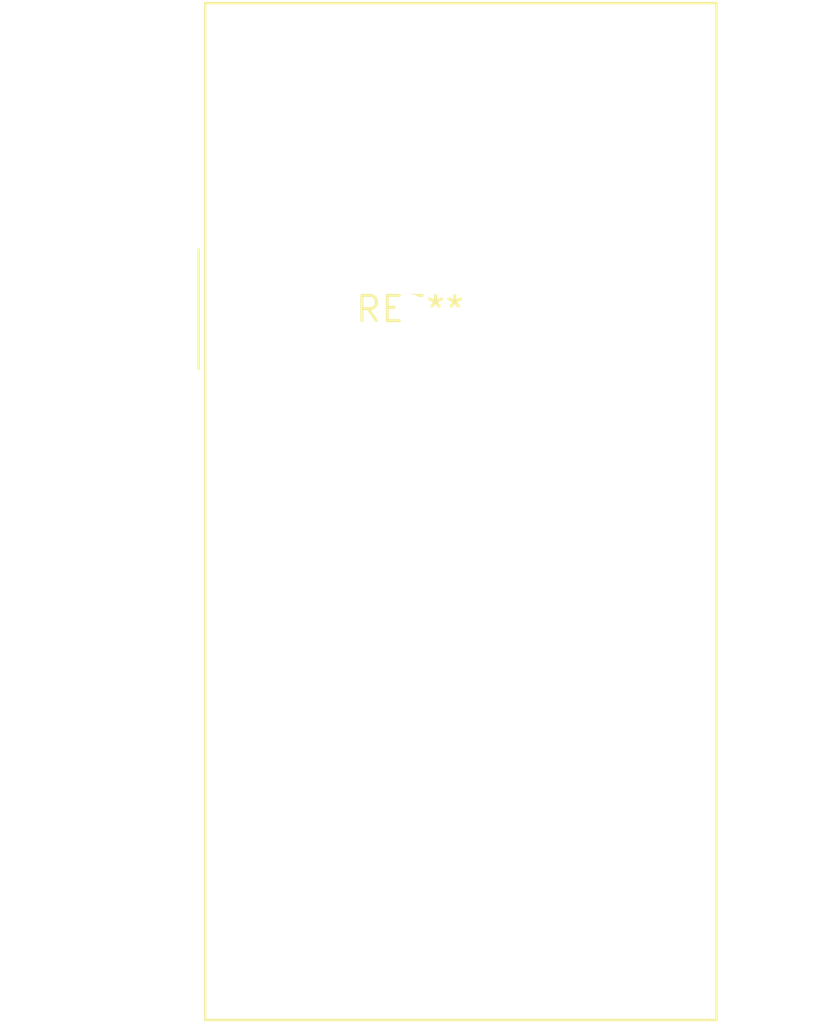
<source format=kicad_pcb>
(kicad_pcb (version 20240108) (generator pcbnew)
  (layers (0 "F.Cu" signal) (31 "B.Cu" signal) (34 "B.Paste" user) (35 "F.Paste" user) (36 "B.SilkS" user "B.Silkscreen") (37 "F.SilkS" user "F.Silkscreen") (38 "B.Mask" user) (39 "F.Mask" user) (44 "Edge.Cuts" user))
  (net 0 "")
  (footprint "Converter_DCDC_Cincon_EC5BExx_Dual_THT" (layer "F.Cu") (at 0 0)
    (property "Reference" "REF**")
    (property "Value" "Converter_DCDC_Cincon_EC5BExx_Dual_THT")
    (fp_line (start -10.61 -3) (end -10.61 3) (layer "F.SilkS") (stroke (width 0.12)))
    (fp_line (start -10.28 -15.36) (end 15.36 -15.36) (layer "F.SilkS") (stroke (width 0.12)))
    (fp_line (start -10.28 35.68) (end -10.28 -15.36) (layer "F.SilkS") (stroke (width 0.12)))
    (fp_line (start 15.36 -15.36) (end 15.36 35.68) (layer "F.SilkS") (stroke (width 0.12)))
    (fp_line (start 15.36 35.68) (end -10.28 35.68) (layer "F.SilkS") (stroke (width 0.12)))
    (pad "1" thru_hole rect (at 0 0 90) (size 6 2.5) (drill 1.5) (layers *.Cu *.Mask) (remove_unused_layers))
    (pad "2" thru_hole oval (at 5.08 0 90) (size 6 2.5) (drill 1.5) (layers *.Cu *.Mask) (remove_unused_layers))
    (pad "3" thru_hole oval (at -7.62 20.32 90) (size 6 2.5) (drill 1.5) (layers *.Cu *.Mask) (remove_unused_layers))
    (pad "4" thru_hole oval (at 2.54 20.32 90) (size 6 2.5) (drill 1.5) (layers *.Cu *.Mask) (remove_unused_layers))
    (pad "5" thru_hole oval (at 12.7 20.32 90) (size 6 2.5) (drill 1.5) (layers *.Cu *.Mask) (remove_unused_layers))
    (pad "6" thru_hole oval (at 12.7 0 90) (size 6 2.5) (drill 1.5) (layers *.Cu *.Mask) (remove_unused_layers))
  )
)
</source>
